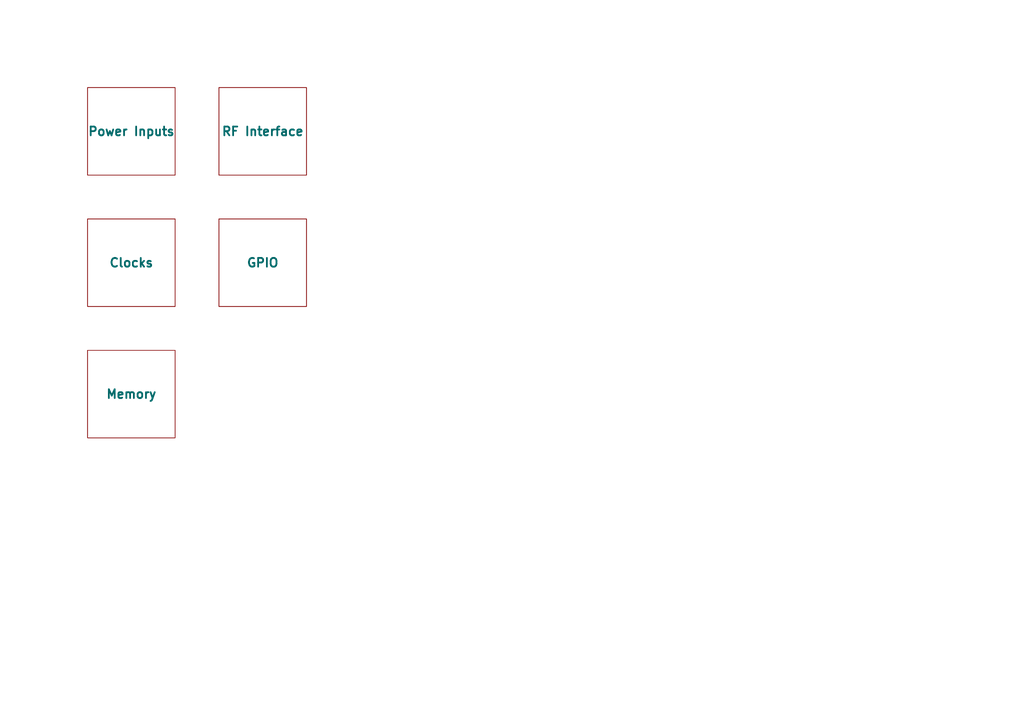
<source format=kicad_sch>
(kicad_sch (version 20230121) (generator eeschema)
  (paper "A4")
  (lib_symbols)
  (sheet (at 63.5 25.4) (size 25.4 25.4) (stroke (width 0.1524))
    (property "Sheetname" "RF Interface" (at 76.2 38.1 0) (effects (font (size 2.54 2.54) bold)))
    (property "Sheetfile" "rf_interface.kicad_sch" (effects hide))
  )
  (sheet (at 25.4 63.5) (size 25.4 25.4) (stroke (width 0.1524))
    (property "Sheetname" "Clocks" (at 38.1 76.2 0) (effects (font (size 2.54 2.54) bold)))
    (property "Sheetfile" "clk.kicad_sch" (effects hide))
  )
  (sheet (at 25.4 101.6) (size 25.4 25.4) (stroke (width 0.1524))
    (property "Sheetname" "Memory" (at 38.1 114.3 0) (effects (font (size 2.54 2.54) bold)))
    (property "Sheetfile" "memory.kicad_sch" (effects hide))
  )
  (sheet (at 63.5 63.5) (size 25.4 25.4) (stroke (width 0.1524))
    (property "Sheetname" "GPIO" (at 76.2 76.2 0) (effects (font (size 2.54 2.54) bold)))
    (property "Sheetfile" "gpio.kicad_sch" (effects hide))
  )
  (sheet (at 25.4 25.4) (size 25.4 25.4) (stroke (width 0.1524))
    (property "Sheetname" "Power Inputs" (at 38.1 38.1 0) (effects (font (size 2.54 2.54) bold)))
    (property "Sheetfile" "power_input.kicad_sch" (effects hide))
  )
)
</source>
